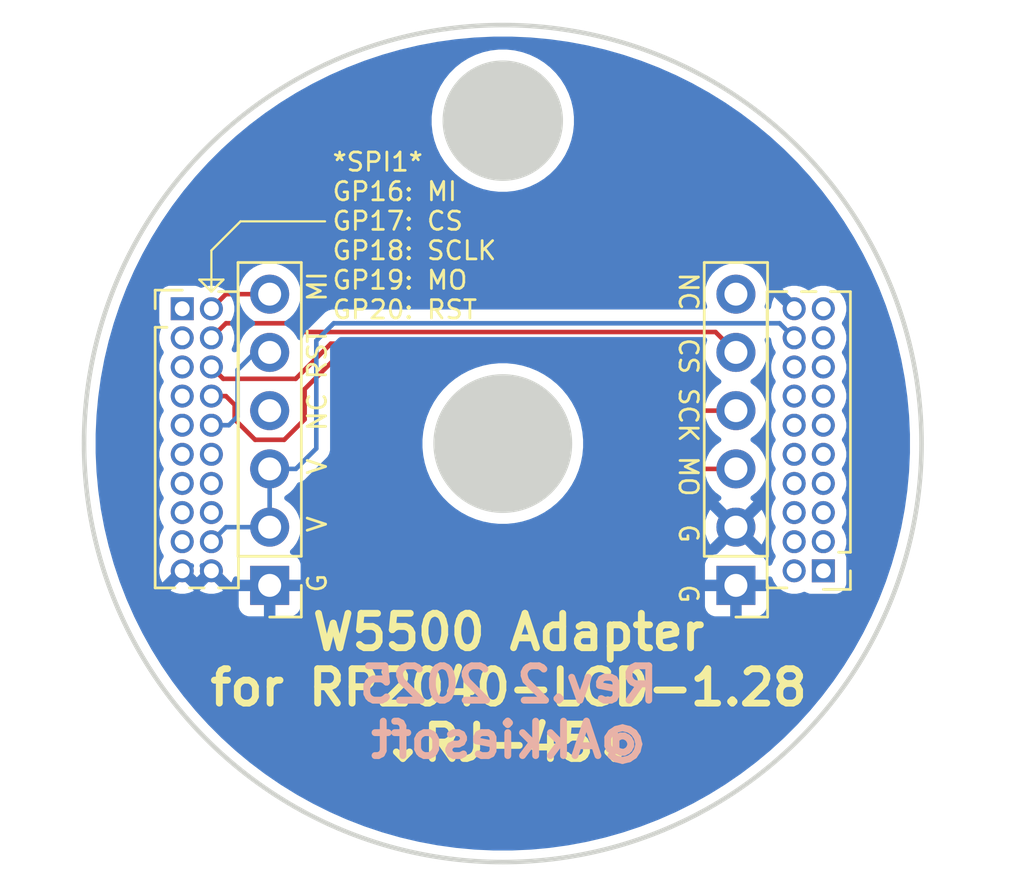
<source format=kicad_pcb>
(kicad_pcb (version 20241229) (generator "pcbnew") (generator_version "9.0")
  (layers (0 "F.Cu" signal) (2 "B.Cu" signal) (13 "F.Paste" user) (15 "B.Paste" user) (5 "F.SilkS" user "F.Silkscreen") (7 "B.SilkS" user "B.Silkscreen") (1 "F.Mask" user) (3 "B.Mask" user) (25 "Edge.Cuts" user))
  (net 0 "")
  (net 5 "5V")
  (net 17 "GND")
  (net 22 "SPI1-CSn")
  (net 26 "SPI1-TX")
  (net 30 "RST")
  (net 31 "SPI1-SCK")
  (net 32 "SPI1-RX")
  (footprint "Connector_PinHeader_1.27mm:PinHeader_2x10_P1.27mm_Vertical" (layer "F.Cu") (at 99.06 76.2)
    (property "Reference" "J2" (hide yes))
    (property "Value" "Conn_02x10_Odd_Even")
    (fp_line (start -1.18 -0.81) (end 0 -0.81) (stroke (width 0.12)) (layer "F.SilkS"))
    (fp_line (start -1.18 0) (end -1.18 -0.81) (stroke (width 0.12)) (layer "F.SilkS"))
    (fp_line (start -1.18 0.81) (end -1.18 12.175) (stroke (width 0.12)) (layer "F.SilkS"))
    (fp_line (start -1.18 0.81) (end -0.666708 0.81) (stroke (width 0.12)) (layer "F.SilkS"))
    (fp_line (start -1.18 12.175) (end -0.317923 12.175) (stroke (width 0.12)) (layer "F.SilkS"))
    (fp_line (start 0.317923 12.175) (end 0.952077 12.175) (stroke (width 0.12)) (layer "F.SilkS"))
    (fp_line (start 1.587923 -0.745) (end 2.45 -0.745) (stroke (width 0.12)) (layer "F.SilkS"))
    (fp_line (start 1.587923 12.175) (end 2.45 12.175) (stroke (width 0.12)) (layer "F.SilkS"))
    (fp_line (start 2.45 -0.745) (end 2.45 12.175) (stroke (width 0.12)) (layer "F.SilkS"))
    (pad "1" thru_hole rect (at 0 0) (size 1 1) (drill 0.65) (layers "*.Cu" "*.Mask"))
    (pad "2" thru_hole circle (at 1.27 0) (size 1 1) (drill 0.65) (layers "*.Cu" "*.Mask") (net 32 "SPI1-RX"))
    (pad "3" thru_hole circle (at 0 1.27) (size 1 1) (drill 0.65) (layers "*.Cu" "*.Mask"))
    (pad "4" thru_hole circle (at 1.27 1.27) (size 1 1) (drill 0.65) (layers "*.Cu" "*.Mask") (net 22 "SPI1-CSn"))
    (pad "5" thru_hole circle (at 0 2.54) (size 1 1) (drill 0.65) (layers "*.Cu" "*.Mask"))
    (pad "6" thru_hole circle (at 1.27 2.54) (size 1 1) (drill 0.65) (layers "*.Cu" "*.Mask") (net 31 "SPI1-SCK"))
    (pad "7" thru_hole circle (at 0 3.81) (size 1 1) (drill 0.65) (layers "*.Cu" "*.Mask"))
    (pad "8" thru_hole circle (at 1.27 3.81) (size 1 1) (drill 0.65) (layers "*.Cu" "*.Mask") (net 26 "SPI1-TX"))
    (pad "9" thru_hole circle (at 0 5.08) (size 1 1) (drill 0.65) (layers "*.Cu" "*.Mask"))
    (pad "10" thru_hole circle (at 1.27 5.08) (size 1 1) (drill 0.65) (layers "*.Cu" "*.Mask") (net 30 "RST"))
    (pad "11" thru_hole circle (at 0 6.35) (size 1 1) (drill 0.65) (layers "*.Cu" "*.Mask"))
    (pad "12" thru_hole circle (at 1.27 6.35) (size 1 1) (drill 0.65) (layers "*.Cu" "*.Mask"))
    (pad "13" thru_hole circle (at 0 7.62) (size 1 1) (drill 0.65) (layers "*.Cu" "*.Mask"))
    (pad "14" thru_hole circle (at 1.27 7.62) (size 1 1) (drill 0.65) (layers "*.Cu" "*.Mask"))
    (pad "15" thru_hole circle (at 0 8.89) (size 1 1) (drill 0.65) (layers "*.Cu" "*.Mask"))
    (pad "16" thru_hole circle (at 1.27 8.89) (size 1 1) (drill 0.65) (layers "*.Cu" "*.Mask"))
    (pad "17" thru_hole circle (at 0 10.16) (size 1 1) (drill 0.65) (layers "*.Cu" "*.Mask"))
    (pad "18" thru_hole circle (at 1.27 10.16) (size 1 1) (drill 0.65) (layers "*.Cu" "*.Mask") (net 5 "5V"))
    (pad "19" thru_hole circle (at 0 11.43) (size 1 1) (drill 0.65) (layers "*.Cu" "*.Mask") (net 17 "GND"))
    (pad "20" thru_hole circle (at 1.27 11.43) (size 1 1) (drill 0.65) (layers "*.Cu" "*.Mask") (net 17 "GND"))
  )
  (footprint "Connector_PinHeader_2.54mm:PinHeader_1x06_P2.54mm_Vertical" (layer "F.Cu") (at 102.87 88.265 180)
    (property "Reference" "J3" (hide yes))
    (property "Value" "Conn_01x06_Socket")
    (fp_line (start 1.38 1.27) (end 1.38 14.08) (stroke (width 0.12)) (layer "F.SilkS"))
    (fp_line (start -1.38 14.08) (end 1.38 14.08) (stroke (width 0.12)) (layer "F.SilkS"))
    (fp_line (start -1.38 1.27) (end 1.38 1.27) (stroke (width 0.12)) (layer "F.SilkS"))
    (fp_line (start -1.38 1.27) (end -1.38 14.08) (stroke (width 0.12)) (layer "F.SilkS"))
    (fp_line (start -1.38 0) (end -1.38 -1.38) (stroke (width 0.12)) (layer "F.SilkS"))
    (fp_line (start -1.38 -1.38) (end 0 -1.38) (stroke (width 0.12)) (layer "F.SilkS"))
    (pad "1" thru_hole rect (at 0 0 180) (size 1.7 1.7) (drill 1) (layers "*.Cu" "*.Mask") (net 17 "GND"))
    (pad "2" thru_hole circle (at 0 2.54 180) (size 1.7 1.7) (drill 1) (layers "*.Cu" "*.Mask") (net 5 "5V"))
    (pad "3" thru_hole circle (at 0 5.08 180) (size 1.7 1.7) (drill 1) (layers "*.Cu" "*.Mask") (net 5 "5V"))
    (pad "4" thru_hole circle (at 0 7.62 180) (size 1.7 1.7) (drill 1) (layers "*.Cu" "*.Mask"))
    (pad "5" thru_hole circle (at 0 10.16 180) (size 1.7 1.7) (drill 1) (layers "*.Cu" "*.Mask") (net 30 "RST"))
    (pad "6" thru_hole circle (at 0 12.7 180) (size 1.7 1.7) (drill 1) (layers "*.Cu" "*.Mask") (net 32 "SPI1-RX"))
  )
  (footprint "Connector_PinHeader_1.27mm:PinHeader_2x10_P1.27mm_Vertical" (layer "F.Cu") (at 127 87.63 180)
    (property "Reference" "J1" (hide yes))
    (property "Value" "Conn_02x10_Odd_Even")
    (fp_line (start 2.45 -0.745) (end 2.45 12.175) (stroke (width 0.12)) (layer "F.SilkS"))
    (fp_line (start 1.587923 12.175) (end 2.45 12.175) (stroke (width 0.12)) (layer "F.SilkS"))
    (fp_line (start 1.587923 -0.745) (end 2.45 -0.745) (stroke (width 0.12)) (layer "F.SilkS"))
    (fp_line (start 0.317923 12.175) (end 0.952077 12.175) (stroke (width 0.12)) (layer "F.SilkS"))
    (fp_line (start -1.18 12.175) (end -0.317923 12.175) (stroke (width 0.12)) (layer "F.SilkS"))
    (fp_line (start -1.18 0.81) (end -0.666708 0.81) (stroke (width 0.12)) (layer "F.SilkS"))
    (fp_line (start -1.18 0.81) (end -1.18 12.175) (stroke (width 0.12)) (layer "F.SilkS"))
    (fp_line (start -1.18 0) (end -1.18 -0.81) (stroke (width 0.12)) (layer "F.SilkS"))
    (fp_line (start -1.18 -0.81) (end 0 -0.81) (stroke (width 0.12)) (layer "F.SilkS"))
    (pad "1" thru_hole rect (at 0 0 180) (size 1 1) (drill 0.65) (layers "*.Cu" "*.Mask"))
    (pad "2" thru_hole circle (at 1.27 0 180) (size 1 1) (drill 0.65) (layers "*.Cu" "*.Mask"))
    (pad "3" thru_hole circle (at 0 1.27 180) (size 1 1) (drill 0.65) (layers "*.Cu" "*.Mask"))
    (pad "4" thru_hole circle (at 1.27 1.27 180) (size 1 1) (drill 0.65) (layers "*.Cu" "*.Mask"))
    (pad "5" thru_hole circle (at 0 2.54 180) (size 1 1) (drill 0.65) (layers "*.Cu" "*.Mask"))
    (pad "6" thru_hole circle (at 1.27 2.54 180) (size 1 1) (drill 0.65) (layers "*.Cu" "*.Mask"))
    (pad "7" thru_hole circle (at 0 3.81 180) (size 1 1) (drill 0.65) (layers "*.Cu" "*.Mask"))
    (pad "8" thru_hole circle (at 1.27 3.81 180) (size 1 1) (drill 0.65) (layers "*.Cu" "*.Mask"))
    (pad "9" thru_hole circle (at 0 5.08 180) (size 1 1) (drill 0.65) (layers "*.Cu" "*.Mask"))
    (pad "10" thru_hole circle (at 1.27 5.08 180) (size 1 1) (drill 0.65) (layers "*.Cu" "*.Mask"))
    (pad "11" thru_hole circle (at 0 6.35 180) (size 1 1) (drill 0.65) (layers "*.Cu" "*.Mask"))
    (pad "12" thru_hole circle (at 1.27 6.35 180) (size 1 1) (drill 0.65) (layers "*.Cu" "*.Mask"))
    (pad "13" thru_hole circle (at 0 7.62 180) (size 1 1) (drill 0.65) (layers "*.Cu" "*.Mask"))
    (pad "14" thru_hole circle (at 1.27 7.62 180) (size 1 1) (drill 0.65) (layers "*.Cu" "*.Mask"))
    (pad "15" thru_hole circle (at 0 8.89 180) (size 1 1) (drill 0.65) (layers "*.Cu" "*.Mask"))
    (pad "16" thru_hole circle (at 1.27 8.89 180) (size 1 1) (drill 0.65) (layers "*.Cu" "*.Mask"))
    (pad "17" thru_hole circle (at 0 10.16 180) (size 1 1) (drill 0.65) (layers "*.Cu" "*.Mask"))
    (pad "18" thru_hole circle (at 1.27 10.16 180) (size 1 1) (drill 0.65) (layers "*.Cu" "*.Mask") (net 5 "5V"))
    (pad "19" thru_hole circle (at 0 11.43 180) (size 1 1) (drill 0.65) (layers "*.Cu" "*.Mask"))
    (pad "20" thru_hole circle (at 1.27 11.43 180) (size 1 1) (drill 0.65) (layers "*.Cu" "*.Mask") (net 17 "GND"))
  )
  (footprint "Connector_PinHeader_2.54mm:PinHeader_1x06_P2.54mm_Vertical" (layer "F.Cu") (at 123.19 88.265 180)
    (property "Reference" "J4" (hide yes))
    (property "Value" "Conn_01x06_Socket")
    (fp_line (start 1.38 1.27) (end 1.38 14.08) (stroke (width 0.12)) (layer "F.SilkS"))
    (fp_line (start -1.38 14.08) (end 1.38 14.08) (stroke (width 0.12)) (layer "F.SilkS"))
    (fp_line (start -1.38 1.27) (end 1.38 1.27) (stroke (width 0.12)) (layer "F.SilkS"))
    (fp_line (start -1.38 1.27) (end -1.38 14.08) (stroke (width 0.12)) (layer "F.SilkS"))
    (fp_line (start -1.38 0) (end -1.38 -1.38) (stroke (width 0.12)) (layer "F.SilkS"))
    (fp_line (start -1.38 -1.38) (end 0 -1.38) (stroke (width 0.12)) (layer "F.SilkS"))
    (pad "1" thru_hole rect (at 0 0 180) (size 1.7 1.7) (drill 1) (layers "*.Cu" "*.Mask") (net 17 "GND"))
    (pad "2" thru_hole circle (at 0 2.54 180) (size 1.7 1.7) (drill 1) (layers "*.Cu" "*.Mask") (net 17 "GND"))
    (pad "3" thru_hole circle (at 0 5.08 180) (size 1.7 1.7) (drill 1) (layers "*.Cu" "*.Mask") (net 26 "SPI1-TX"))
    (pad "4" thru_hole circle (at 0 7.62 180) (size 1.7 1.7) (drill 1) (layers "*.Cu" "*.Mask") (net 31 "SPI1-SCK"))
    (pad "5" thru_hole circle (at 0 10.16 180) (size 1.7 1.7) (drill 1) (layers "*.Cu" "*.Mask") (net 22 "SPI1-CSn"))
    (pad "6" thru_hole circle (at 0 12.7 180) (size 1.7 1.7) (drill 1) (layers "*.Cu" "*.Mask"))
  )
  (gr_line (start 100.838 73.152) (end 100.33 73.66) (stroke (width 0.1)) (layer "F.SilkS"))
  (gr_line (start 99.805 74.93) (end 100.855 74.93) (stroke (width 0.1)) (layer "F.SilkS"))
  (gr_line (start 100.33 73.66) (end 100.33 75.455) (stroke (width 0.1)) (layer "F.SilkS"))
  (gr_line (start 105.283 72.39) (end 101.6 72.39) (stroke (width 0.1)) (layer "F.SilkS"))
  (gr_line (start 100.855 74.93) (end 100.5925 75.1925) (stroke (width 0.1)) (layer "F.SilkS"))
  (gr_line (start 101.6 72.39) (end 100.838 73.152) (stroke (width 0.1)) (layer "F.SilkS"))
  (gr_line (start 100.33 75.455) (end 99.805 74.93) (stroke (width 0.1)) (layer "F.SilkS"))
  (gr_line (start 100.33 75.455) (end 100.855 74.93) (stroke (width 0.1)) (layer "F.SilkS"))
  (gr_circle (center 113.03 68) (end 115.63 68) (stroke (width 0.05)) (fill yes) (layer "Edge.Cuts"))
  (gr_circle (center 113.03 82.08) (end 116.03 82.08) (stroke (width 0.05)) (fill yes) (layer "Edge.Cuts"))
  (gr_circle (center 113.03 82.08) (end 131.28 82.08) (stroke (width 0.2)) (fill no) (layer "Edge.Cuts"))
  (gr_text "G   V   V  NC RST  MI" (at 105.41 88.646 90) (layer "F.SilkS") (effects (font (size 0.8 0.8) (thickness 0.12)) (justify left bottom)))
  (gr_text "NC  CS SCK MO  G   G" (at 120.65 74.549 270) (layer "F.SilkS") (effects (font (size 0.8 0.8) (thickness 0.12)) (justify left bottom)))
  (gr_text "*SPI1*\nGP16: MI\nGP17: CS\nGP18: SCLK\nGP19: MO\nGP20: RST" (at 105.537 76.708 0) (layer "F.SilkS") (effects (font (size 0.8 0.8) (thickness 0.12)) (justify left bottom)))
  (gr_text "W5500 Adapter\nfor RP2040-LCD-1.28\n↓RJ-45↓" (at 113.284 96.012 0) (layer "F.SilkS") (effects (font (size 1.5 1.5) (thickness 0.3) (bold yes)) (justify bottom)))
  (gr_text "Rev.2 2025\n@Akkiesoft" (at 113.284 95.885 0) (layer "B.SilkS") (effects (font (size 1.5 1.5) (thickness 0.3) (bold yes)) (justify bottom mirror)))
  (segment (start 100.965 85.725) (end 100.33 86.36) (width 0.2) (layer "B.Cu") (net 5))
  (segment (start 102.87 83.185) (end 104.013 83.185) (width 0.2) (layer "B.Cu") (net 5))
  (segment (start 104.902 82.296) (end 104.902 77.597) (width 0.2) (layer "B.Cu") (net 5))
  (segment (start 125.095 76.835) (end 125.73 77.47) (width 0.2) (layer "B.Cu") (net 5))
  (segment (start 104.902 77.597) (end 105.664 76.835) (width 0.2) (layer "B.Cu") (net 5))
  (segment (start 102.87 85.725) (end 100.965 85.725) (width 0.2) (layer "B.Cu") (net 5))
  (segment (start 105.664 76.835) (end 125.095 76.835) (width 0.2) (layer "B.Cu") (net 5))
  (segment (start 104.013 83.185) (end 104.902 82.296) (width 0.2) (layer "B.Cu") (net 5))
  (segment (start 102.87 85.725) (end 102.87 83.185) (width 0.2) (layer "B.Cu") (net 5))
  (segment (start 104.394 77.216) (end 104.013 76.835) (width 0.2) (layer "F.Cu") (net 22))
  (segment (start 104.013 76.835) (end 100.965 76.835) (width 0.2) (layer "F.Cu") (net 22))
  (segment (start 123.19 78.105) (end 122.301 77.216) (width 0.2) (layer "F.Cu") (net 22))
  (segment (start 122.301 77.216) (end 104.394 77.216) (width 0.2) (layer "F.Cu") (net 22))
  (segment (start 100.965 76.835) (end 100.33 77.47) (width 0.2) (layer "F.Cu") (net 22))
  (segment (start 104.394 81.026) (end 104.394 79.706896) (width 0.2) (layer "F.Cu") (net 26))
  (segment (start 101.346 80.391) (end 101.346 81.026) (width 0.2) (layer "F.Cu") (net 26))
  (segment (start 102.235 81.915) (end 103.505 81.915) (width 0.2) (layer "F.Cu") (net 26))
  (segment (start 100.965 80.01) (end 101.346 80.391) (width 0.2) (layer "F.Cu") (net 26))
  (segment (start 104.394 79.706896) (end 105.848896 78.252) (width 0.2) (layer "F.Cu") (net 26))
  (segment (start 120.65 82.55) (end 121.285 83.185) (width 0.2) (layer "F.Cu") (net 26))
  (segment (start 100.33 80.01) (end 100.965 80.01) (width 0.2) (layer "F.Cu") (net 26))
  (segment (start 120.65 78.867) (end 120.65 82.55) (width 0.2) (layer "F.Cu") (net 26))
  (segment (start 120.035 78.252) (end 120.65 78.867) (width 0.2) (layer "F.Cu") (net 26))
  (segment (start 105.848896 78.252) (end 120.035 78.252) (width 0.2) (layer "F.Cu") (net 26))
  (segment (start 103.505 81.915) (end 104.394 81.026) (width 0.2) (layer "F.Cu") (net 26))
  (segment (start 101.346 81.026) (end 102.235 81.915) (width 0.2) (layer "F.Cu") (net 26))
  (segment (start 121.285 83.185) (end 123.19 83.185) (width 0.2) (layer "F.Cu") (net 26))
  (segment (start 101.473 78.867) (end 101.473 80.899) (width 0.2) (layer "B.Cu") (net 30))
  (segment (start 102.235 78.105) (end 101.473 78.867) (width 0.2) (layer "B.Cu") (net 30))
  (segment (start 101.092 81.28) (end 100.33 81.28) (width 0.2) (layer "B.Cu") (net 30))
  (segment (start 101.473 80.899) (end 101.092 81.28) (width 0.2) (layer "B.Cu") (net 30))
  (segment (start 100.33 78.74) (end 100.846 79.256) (width 0.2) (layer "F.Cu") (net 31))
  (segment (start 121.611751 80.645) (end 123.19 80.645) (width 0.2) (layer "F.Cu") (net 31))
  (segment (start 121.158 80.191249) (end 121.611751 80.645) (width 0.2) (layer "F.Cu") (net 31))
  (segment (start 100.846 79.256) (end 104.005 79.256) (width 0.2) (layer "F.Cu") (net 31))
  (segment (start 104.005 79.256) (end 105.537 77.724) (width 0.2) (layer "F.Cu") (net 31))
  (segment (start 120.65 77.724) (end 121.158 78.232) (width 0.2) (layer "F.Cu") (net 31))
  (segment (start 121.158 78.232) (end 121.158 80.191249) (width 0.2) (layer "F.Cu") (net 31))
  (segment (start 105.537 77.724) (end 120.65 77.724) (width 0.2) (layer "F.Cu") (net 31))
  (segment (start 100.965 75.565) (end 100.33 76.2) (width 0.2) (layer "F.Cu") (net 32))
  (segment (start 102.87 75.565) (end 100.965 75.565) (width 0.2) (layer "F.Cu") (net 32))
  (zone (net 17) (net_name "GND") (layer "B.Cu") (connect_pads (clearance 0.5)) (min_thickness 0.25) (fill yes (thermal_gap 0.5) (thermal_bridge_width 0.5))
    (polygon (pts (xy 135.763 62.738) (xy 135.763 97.536) (xy 131.699 101.6) (xy 98.425 101.6) (xy 92.456 95.631) (xy 92.456 62.738) (xy 92.964 62.738)))
  )
)
</source>
